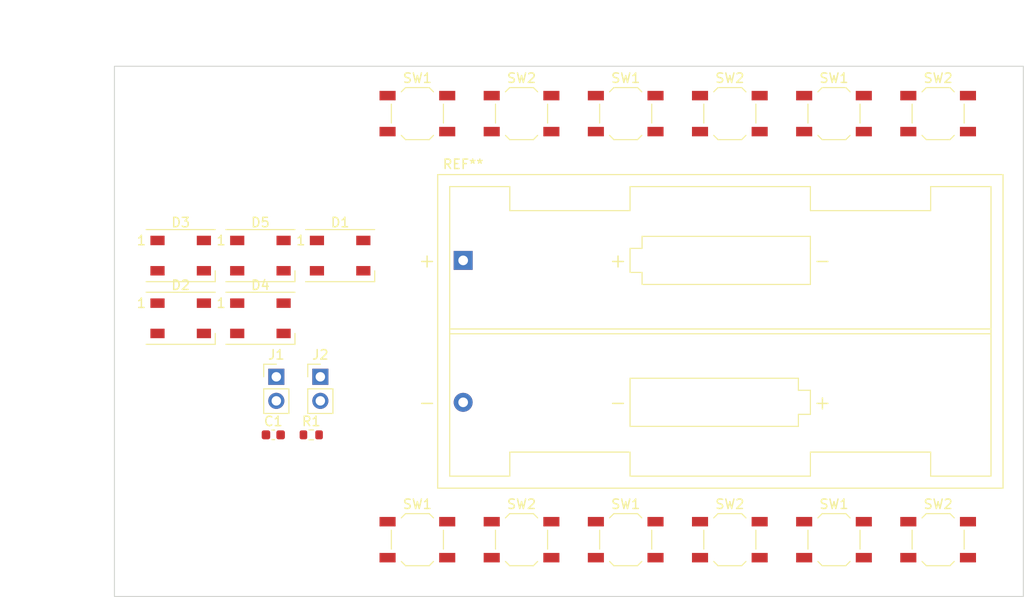
<source format=kicad_pcb>
(kicad_pcb (version 20211232) (generator pcbnew)
  (layers (0 "F.Cu" signal) (31 "B.Cu" signal) (34 "B.Paste" user) (35 "F.Paste" user) (36 "B.SilkS" user "B.Silkscreen") (37 "F.SilkS" user "F.Silkscreen") (38 "B.Mask" user) (39 "F.Mask" user) (44 "Edge.Cuts" user))
  (net 0 "")
  (net 1 "VCC")
  (net 2 "GND")
  (net 3 "Net-(J1-Pin_1)")
  (net 4 "Net-(J1-Pin_2)")
  (net 5 "Net-(J2-Pin_1)")
  (net 6 "Net-(J2-Pin_2)")
  (net 7 "Net-(U1-RxD)")
  (net 9 "Net-(U1-IO_2)")
  (net 10 "Net-(U1-IO_1)")
  (footprint "Button_Switch_SMD:SW_SPST_TL3342" (layer "F.Cu") (at 123 123)
    (fp_text reference "SW1" (at 0 -3.75) (layer "F.SilkS"))
    (fp_text value "PRE/VOL +")
    (fp_line (start -2.75 -1) (end -2.75 1) (stroke (width 0.12)) (layer "F.SilkS"))
    (fp_line (start -1.7 -2.3) (end -1.25 -2.75) (stroke (width 0.12)) (layer "F.SilkS"))
    (fp_line (start -1.7 2.3) (end -1.25 2.75) (stroke (width 0.12)) (layer "F.SilkS"))
    (fp_line (start -1.25 -2.75) (end 1.25 -2.75) (stroke (width 0.12)) (layer "F.SilkS"))
    (fp_line (start -1.25 2.75) (end 1.25 2.75) (stroke (width 0.12)) (layer "F.SilkS"))
    (fp_line (start 1.7 -2.3) (end 1.25 -2.75) (stroke (width 0.12)) (layer "F.SilkS"))
    (fp_line (start 1.7 2.3) (end 1.25 2.75) (stroke (width 0.12)) (layer "F.SilkS"))
    (fp_line (start 2.75 -1) (end 2.75 1) (stroke (width 0.12)) (layer "F.SilkS"))
    (pad "1" smd rect (at -3.15 -1.9) (size 1.7 1) (layers "F.Cu" "F.Paste" "F.Mask"))
    (pad "1" smd rect (at 3.15 -1.9) (size 1.7 1) (layers "F.Cu" "F.Paste" "F.Mask"))
    (pad "2" smd rect (at -3.15 1.9) (size 1.7 1) (layers "F.Cu" "F.Paste" "F.Mask") (net 9 "Net-(U1-IO_2)"))
    (pad "2" smd rect (at 3.15 1.9) (size 1.7 1) (layers "F.Cu" "F.Paste" "F.Mask") (net 9 "Net-(U1-IO_2)"))
  )
  (footprint "Button_Switch_SMD:SW_SPST_TL3342" (layer "F.Cu") (at 156 78)
    (fp_text reference "SW2" (at 0 -3.75) (layer "F.SilkS"))
    (fp_text value "SUI/VOL -")
    (fp_line (start -2.75 -1) (end -2.75 1) (stroke (width 0.12)) (layer "F.SilkS"))
    (fp_line (start -1.7 -2.3) (end -1.25 -2.75) (stroke (width 0.12)) (layer "F.SilkS"))
    (fp_line (start -1.7 2.3) (end -1.25 2.75) (stroke (width 0.12)) (layer "F.SilkS"))
    (fp_line (start -1.25 -2.75) (end 1.25 -2.75) (stroke (width 0.12)) (layer "F.SilkS"))
    (fp_line (start -1.25 2.75) (end 1.25 2.75) (stroke (width 0.12)) (layer "F.SilkS"))
    (fp_line (start 1.7 -2.3) (end 1.25 -2.75) (stroke (width 0.12)) (layer "F.SilkS"))
    (fp_line (start 1.7 2.3) (end 1.25 2.75) (stroke (width 0.12)) (layer "F.SilkS"))
    (fp_line (start 2.75 -1) (end 2.75 1) (stroke (width 0.12)) (layer "F.SilkS"))
    (pad "1" smd rect (at -3.15 -1.9) (size 1.7 1) (layers "F.Cu" "F.Paste" "F.Mask") (net 10 "Net-(U1-IO_1)"))
    (pad "1" smd rect (at 3.15 -1.9) (size 1.7 1) (layers "F.Cu" "F.Paste" "F.Mask") (net 10 "Net-(U1-IO_1)"))
    (pad "2" smd rect (at -3.15 1.9) (size 1.7 1) (layers "F.Cu" "F.Paste" "F.Mask"))
    (pad "2" smd rect (at 3.15 1.9) (size 1.7 1) (layers "F.Cu" "F.Paste" "F.Mask"))
  )
  (footprint "Button_Switch_SMD:SW_SPST_TL3342" (layer "F.Cu") (at 156 123)
    (fp_text reference "SW2" (at 0 -3.75) (layer "F.SilkS"))
    (fp_text value "SUI/VOL -")
    (fp_line (start -2.75 -1) (end -2.75 1) (stroke (width 0.12)) (layer "F.SilkS"))
    (fp_line (start -1.7 -2.3) (end -1.25 -2.75) (stroke (width 0.12)) (layer "F.SilkS"))
    (fp_line (start -1.7 2.3) (end -1.25 2.75) (stroke (width 0.12)) (layer "F.SilkS"))
    (fp_line (start -1.25 -2.75) (end 1.25 -2.75) (stroke (width 0.12)) (layer "F.SilkS"))
    (fp_line (start -1.25 2.75) (end 1.25 2.75) (stroke (width 0.12)) (layer "F.SilkS"))
    (fp_line (start 1.7 -2.3) (end 1.25 -2.75) (stroke (width 0.12)) (layer "F.SilkS"))
    (fp_line (start 1.7 2.3) (end 1.25 2.75) (stroke (width 0.12)) (layer "F.SilkS"))
    (fp_line (start 2.75 -1) (end 2.75 1) (stroke (width 0.12)) (layer "F.SilkS"))
    (pad "1" smd rect (at -3.15 -1.9) (size 1.7 1) (layers "F.Cu" "F.Paste" "F.Mask") (net 10 "Net-(U1-IO_1)"))
    (pad "1" smd rect (at 3.15 -1.9) (size 1.7 1) (layers "F.Cu" "F.Paste" "F.Mask") (net 10 "Net-(U1-IO_1)"))
    (pad "2" smd rect (at -3.15 1.9) (size 1.7 1) (layers "F.Cu" "F.Paste" "F.Mask"))
    (pad "2" smd rect (at 3.15 1.9) (size 1.7 1) (layers "F.Cu" "F.Paste" "F.Mask"))
  )
  (footprint "Button_Switch_SMD:SW_SPST_TL3342" (layer "F.Cu") (at 123 78)
    (fp_text reference "SW1" (at 0 -3.75) (layer "F.SilkS"))
    (fp_text value "PRE/VOL +")
    (fp_line (start -2.75 -1) (end -2.75 1) (stroke (width 0.12)) (layer "F.SilkS"))
    (fp_line (start -1.7 -2.3) (end -1.25 -2.75) (stroke (width 0.12)) (layer "F.SilkS"))
    (fp_line (start -1.7 2.3) (end -1.25 2.75) (stroke (width 0.12)) (layer "F.SilkS"))
    (fp_line (start -1.25 -2.75) (end 1.25 -2.75) (stroke (width 0.12)) (layer "F.SilkS"))
    (fp_line (start -1.25 2.75) (end 1.25 2.75) (stroke (width 0.12)) (layer "F.SilkS"))
    (fp_line (start 1.7 -2.3) (end 1.25 -2.75) (stroke (width 0.12)) (layer "F.SilkS"))
    (fp_line (start 1.7 2.3) (end 1.25 2.75) (stroke (width 0.12)) (layer "F.SilkS"))
    (fp_line (start 2.75 -1) (end 2.75 1) (stroke (width 0.12)) (layer "F.SilkS"))
    (pad "1" smd rect (at -3.15 -1.9) (size 1.7 1) (layers "F.Cu" "F.Paste" "F.Mask"))
    (pad "1" smd rect (at 3.15 -1.9) (size 1.7 1) (layers "F.Cu" "F.Paste" "F.Mask"))
    (pad "2" smd rect (at -3.15 1.9) (size 1.7 1) (layers "F.Cu" "F.Paste" "F.Mask") (net 9 "Net-(U1-IO_2)"))
    (pad "2" smd rect (at 3.15 1.9) (size 1.7 1) (layers "F.Cu" "F.Paste" "F.Mask") (net 9 "Net-(U1-IO_2)"))
  )
  (footprint "LED_SMD:LED_WS2812B_PLCC4_5.0x5.0mm_P3.2mm" (layer "F.Cu") (at 98 99.62)
    (fp_text reference "D2" (at 0 -3.5) (layer "F.SilkS"))
    (fp_text value "WS2812B")
    (fp_text user "1" (at -4.15 -1.6) (layer "F.SilkS"))
    (fp_line (start -3.65 -2.75) (end 3.65 -2.75) (stroke (width 0.12)) (layer "F.SilkS"))
    (fp_line (start -3.65 2.75) (end 3.65 2.75) (stroke (width 0.12)) (layer "F.SilkS"))
    (fp_line (start 3.65 2.75) (end 3.65 1.6) (stroke (width 0.12)) (layer "F.SilkS"))
    (pad "1" smd rect (at -2.45 -1.6) (size 1.5 1) (layers "F.Cu" "F.Paste" "F.Mask"))
    (pad "2" smd rect (at -2.45 1.6) (size 1.5 1) (layers "F.Cu" "F.Paste" "F.Mask"))
    (pad "3" smd rect (at 2.45 1.6) (size 1.5 1) (layers "F.Cu" "F.Paste" "F.Mask"))
    (pad "4" smd rect (at 2.45 -1.6) (size 1.5 1) (layers "F.Cu" "F.Paste" "F.Mask"))
  )
  (footprint "Button_Switch_SMD:SW_SPST_TL3342" (layer "F.Cu") (at 134 78)
    (fp_text reference "SW2" (at 0 -3.75) (layer "F.SilkS"))
    (fp_text value "SUI/VOL -")
    (fp_line (start -2.75 -1) (end -2.75 1) (stroke (width 0.12)) (layer "F.SilkS"))
    (fp_line (start -1.7 -2.3) (end -1.25 -2.75) (stroke (width 0.12)) (layer "F.SilkS"))
    (fp_line (start -1.7 2.3) (end -1.25 2.75) (stroke (width 0.12)) (layer "F.SilkS"))
    (fp_line (start -1.25 -2.75) (end 1.25 -2.75) (stroke (width 0.12)) (layer "F.SilkS"))
    (fp_line (start -1.25 2.75) (end 1.25 2.75) (stroke (width 0.12)) (layer "F.SilkS"))
    (fp_line (start 1.7 -2.3) (end 1.25 -2.75) (stroke (width 0.12)) (layer "F.SilkS"))
    (fp_line (start 1.7 2.3) (end 1.25 2.75) (stroke (width 0.12)) (layer "F.SilkS"))
    (fp_line (start 2.75 -1) (end 2.75 1) (stroke (width 0.12)) (layer "F.SilkS"))
    (pad "1" smd rect (at -3.15 -1.9) (size 1.7 1) (layers "F.Cu" "F.Paste" "F.Mask") (net 10 "Net-(U1-IO_1)"))
    (pad "1" smd rect (at 3.15 -1.9) (size 1.7 1) (layers "F.Cu" "F.Paste" "F.Mask") (net 10 "Net-(U1-IO_1)"))
    (pad "2" smd rect (at -3.15 1.9) (size 1.7 1) (layers "F.Cu" "F.Paste" "F.Mask"))
    (pad "2" smd rect (at 3.15 1.9) (size 1.7 1) (layers "F.Cu" "F.Paste" "F.Mask"))
  )
  (footprint "Button_Switch_SMD:SW_SPST_TL3342" (layer "F.Cu") (at 178 123)
    (fp_text reference "SW2" (at 0 -3.75) (layer "F.SilkS"))
    (fp_text value "SUI/VOL -")
    (fp_line (start -2.75 -1) (end -2.75 1) (stroke (width 0.12)) (layer "F.SilkS"))
    (fp_line (start -1.7 -2.3) (end -1.25 -2.75) (stroke (width 0.12)) (layer "F.SilkS"))
    (fp_line (start -1.7 2.3) (end -1.25 2.75) (stroke (width 0.12)) (layer "F.SilkS"))
    (fp_line (start -1.25 -2.75) (end 1.25 -2.75) (stroke (width 0.12)) (layer "F.SilkS"))
    (fp_line (start -1.25 2.75) (end 1.25 2.75) (stroke (width 0.12)) (layer "F.SilkS"))
    (fp_line (start 1.7 -2.3) (end 1.25 -2.75) (stroke (width 0.12)) (layer "F.SilkS"))
    (fp_line (start 1.7 2.3) (end 1.25 2.75) (stroke (width 0.12)) (layer "F.SilkS"))
    (fp_line (start 2.75 -1) (end 2.75 1) (stroke (width 0.12)) (layer "F.SilkS"))
    (pad "1" smd rect (at -3.15 -1.9) (size 1.7 1) (layers "F.Cu" "F.Paste" "F.Mask") (net 10 "Net-(U1-IO_1)"))
    (pad "1" smd rect (at 3.15 -1.9) (size 1.7 1) (layers "F.Cu" "F.Paste" "F.Mask") (net 10 "Net-(U1-IO_1)"))
    (pad "2" smd rect (at -3.15 1.9) (size 1.7 1) (layers "F.Cu" "F.Paste" "F.Mask"))
    (pad "2" smd rect (at 3.15 1.9) (size 1.7 1) (layers "F.Cu" "F.Paste" "F.Mask"))
  )
  (footprint "Connector_PinHeader_2.54mm:PinHeader_1x02_P2.54mm_Vertical" (layer "F.Cu") (at 112.75 105.8)
    (fp_text reference "J2" (at 0 -2.33) (layer "F.SilkS"))
    (fp_text value "HP INPUT")
    (fp_line (start -1.33 -1.33) (end 0 -1.33) (stroke (width 0.12)) (layer "F.SilkS"))
    (fp_line (start -1.33 0) (end -1.33 -1.33) (stroke (width 0.12)) (layer "F.SilkS"))
    (fp_line (start -1.33 1.27) (end -1.33 3.87) (stroke (width 0.12)) (layer "F.SilkS"))
    (fp_line (start -1.33 1.27) (end 1.33 1.27) (stroke (width 0.12)) (layer "F.SilkS"))
    (fp_line (start -1.33 3.87) (end 1.33 3.87) (stroke (width 0.12)) (layer "F.SilkS"))
    (fp_line (start 1.33 1.27) (end 1.33 3.87) (stroke (width 0.12)) (layer "F.SilkS"))
    (pad "1" thru_hole rect (at 0 0) (size 1.7 1.7) (drill 1) (layers *.Cu *.Mask) (net 5 "Net-(J2-Pin_1)"))
    (pad "2" thru_hole oval (at 0 2.54) (size 1.7 1.7) (drill 1) (layers *.Cu *.Mask) (net 6 "Net-(J2-Pin_2)"))
  )
  (footprint "LED_SMD:LED_WS2812B_PLCC4_5.0x5.0mm_P3.2mm" (layer "F.Cu") (at 106.42 93)
    (fp_text reference "D5" (at 0 -3.5) (layer "F.SilkS"))
    (fp_text value "WS2812B")
    (fp_text user "1" (at -4.15 -1.6) (layer "F.SilkS"))
    (fp_line (start -3.65 -2.75) (end 3.65 -2.75) (stroke (width 0.12)) (layer "F.SilkS"))
    (fp_line (start -3.65 2.75) (end 3.65 2.75) (stroke (width 0.12)) (layer "F.SilkS"))
    (fp_line (start 3.65 2.75) (end 3.65 1.6) (stroke (width 0.12)) (layer "F.SilkS"))
    (pad "1" smd rect (at -2.45 -1.6) (size 1.5 1) (layers "F.Cu" "F.Paste" "F.Mask"))
    (pad "2" smd rect (at -2.45 1.6) (size 1.5 1) (layers "F.Cu" "F.Paste" "F.Mask"))
    (pad "3" smd rect (at 2.45 1.6) (size 1.5 1) (layers "F.Cu" "F.Paste" "F.Mask"))
    (pad "4" smd rect (at 2.45 -1.6) (size 1.5 1) (layers "F.Cu" "F.Paste" "F.Mask"))
  )
  (footprint "Battery:BatteryHolder_Keystone_2462_2xAA" (layer "F.Cu") (at 127.835 93.505)
    (fp_text reference "REF**" (at 0 -10.16) (layer "F.SilkS"))
    (fp_text value "BatteryHolder_Keystone_2462_2xAA")
    (fp_text user "+" (at 37.945 14.99) (layer "F.SilkS") (effects (font (size 1.5 1.5))))
    (fp_text user "-" (at 16.355 14.99) (layer "F.SilkS") (effects (font (size 1.5 1.5))))
    (fp_text user "-" (at -3.81 14.99) (layer "F.SilkS") (effects (font (size 1.5 1.5))))
    (fp_text user "+" (at 16.355 0) (layer "F.SilkS") (effects (font (size 1.5 1.5))))
    (fp_text user "+" (at -3.81 0) (layer "F.SilkS") (effects (font (size 1.5 1.5))))
    (fp_text user "-" (at 37.945 0) (layer "F.SilkS") (effects (font (size 1.5 1.5))))
    (fp_line (start -2.69 -9.065) (end -2.69 24.055) (stroke (width 0.12)) (layer "F.SilkS"))
    (fp_line (start -2.69 24.055) (end 57.02 24.055) (stroke (width 0.12)) (layer "F.SilkS"))
    (fp_line (start -1.42 -7.795) (end -1.42 22.785) (stroke (width 0.12)) (layer "F.SilkS"))
    (fp_line (start -1.42 7.241) (end 55.75 7.241) (stroke (width 0.12)) (layer "F.SilkS"))
    (fp_line (start -1.42 22.785) (end 4.925 22.785) (stroke (width 0.12)) (layer "F.SilkS"))
    (fp_line (start 4.925 -7.795) (end -1.42 -7.795) (stroke (width 0.12)) (layer "F.SilkS"))
    (fp_line (start 4.925 -5.255) (end 4.925 -7.795) (stroke (width 0.12)) (layer "F.SilkS"))
    (fp_line (start 4.925 -5.255) (end 17.625 -5.255) (stroke (width 0.12)) (layer "F.SilkS"))
    (fp_line (start 4.925 20.245) (end 17.625 20.245) (stroke (width 0.12)) (layer "F.SilkS"))
    (fp_line (start 4.925 22.785) (end 4.925 20.245) (stroke (width 0.12)) (layer "F.SilkS"))
    (fp_line (start 17.625 -7.795) (end 17.625 -5.255) (stroke (width 0.12)) (layer "F.SilkS"))
    (fp_line (start 17.625 -1.27) (end 18.895 -1.27) (stroke (width 0.12)) (layer "F.SilkS"))
    (fp_line (start 17.625 1.27) (end 17.625 -1.27) (stroke (width 0.12)) (layer "F.SilkS"))
    (fp_line (start 17.625 12.45) (end 35.405 12.45) (stroke (width 0.12)) (layer "F.SilkS"))
    (fp_line (start 17.625 17.53) (end 17.625 12.45) (stroke (width 0.12)) (layer "F.SilkS"))
    (fp_line (start 17.625 20.245) (end 17.625 22.785) (stroke (width 0.12)) (layer "F.SilkS"))
    (fp_line (start 17.625 22.785) (end 36.675 22.785) (stroke (width 0.12)) (layer "F.SilkS"))
    (fp_line (start 18.895 -2.54) (end 36.675 -2.54) (stroke (width 0.12)) (layer "F.SilkS"))
    (fp_line (start 18.895 -1.27) (end 18.895 -2.54) (stroke (width 0.12)) (layer "F.SilkS"))
    (fp_line (start 18.895 1.27) (end 17.625 1.27) (stroke (width 0.12)) (layer "F.SilkS"))
    (fp_line (start 18.895 2.54) (end 18.895 1.27) (stroke (width 0.12)) (layer "F.SilkS"))
    (fp_line (start 35.405 12.45) (end 35.405 13.72) (stroke (width 0.12)) (layer "F.SilkS"))
    (fp_line (start 35.405 13.72) (end 36.675 13.72) (stroke (width 0.12)) (layer "F.SilkS"))
    (fp_line (start 35.405 16.26) (end 35.405 17.53) (stroke (width 0.12)) (layer "F.SilkS"))
    (fp_line (start 35.405 17.53) (end 17.625 17.53) (stroke (width 0.12)) (layer "F.SilkS"))
    (fp_line (start 36.675 -7.795) (end 17.625 -7.795) (stroke (width 0.12)) (layer "F.SilkS"))
    (fp_line (start 36.675 -5.255) (end 36.675 -7.795) (stroke (width 0.12)) (layer "F.SilkS"))
    (fp_line (start 36.675 -2.54) (end 36.675 -1.27) (stroke (width 0.12)) (layer "F.SilkS"))
    (fp_line (start 36.675 -1.27) (end 36.675 2.54) (stroke (width 0.12)) (layer "F.SilkS"))
    (fp_line (start 36.675 2.54) (end 18.895 2.54) (stroke (width 0.12)) (layer "F.SilkS"))
    (fp_line (start 36.675 13.72) (end 36.675 16.26) (stroke (width 0.12)) (layer "F.SilkS"))
    (fp_line (start 36.675 16.26) (end 35.405 16.26) (stroke (width 0.12)) (layer "F.SilkS"))
    (fp_line (start 36.675 22.785) (end 36.675 20.245) (stroke (width 0.12)) (layer "F.SilkS"))
    (fp_line (start 49.375 -7.795) (end 49.375 -5.255) (stroke (width 0.12)) (layer "F.SilkS"))
    (fp_line (start 49.375 -5.255) (end 36.675 -5.255) (stroke (width 0.12)) (layer "F.SilkS"))
    (fp_line (start 49.375 20.245) (end 36.675 20.245) (stroke (width 0.12)) (layer "F.SilkS"))
    (fp_line (start 49.375 22.785) (end 49.375 20.245) (stroke (width 0.12)) (layer "F.SilkS"))
    (fp_line (start 55.75 -7.795) (end 49.375 -7.795) (stroke (width 0.12)) (layer "F.SilkS"))
    (fp_line (start 55.75 -7.795) (end 55.75 22.785) (stroke (width 0.12)) (layer "F.SilkS"))
    (fp_line (start 55.75 7.749) (end -1.42 7.749) (stroke (width 0.12)) (layer "F.SilkS"))
    (fp_line (start 55.75 22.785) (end 49.375 22.785) (stroke (width 0.12)) (layer "F.SilkS"))
    (fp_line (start 57.02 -9.065) (end -2.69 -9.065) (stroke (width 0.12)) (layer "F.SilkS"))
    (fp_line (start 57.02 24.055) (end 57.02 -9.065) (stroke (width 0.12)) (layer "F.SilkS"))
    (pad "" np_thru_hole circle (at 27.165 0) (size 3.3 3.3) (drill 3.3) (layers *.Cu *.Mask))
    (pad "" np_thru_hole circle (at 27.165 14.99) (size 3.3 3.3) (drill 3.3) (layers *.Cu *.Mask))
    (pad "1" thru_hole rect (at 0 0) (size 2 2) (drill 1.02) (layers *.Cu *.Mask))
    (pad "2" thru_hole circle (at 0 14.99) (size 2 2) (drill 1.02) (layers *.Cu *.Mask))
  )
  (footprint "Button_Switch_SMD:SW_SPST_TL3342" (layer "F.Cu") (at 167 78)
    (fp_text reference "SW1" (at 0 -3.75) (layer "F.SilkS"))
    (fp_text value "PRE/VOL +")
    (fp_line (start -2.75 -1) (end -2.75 1) (stroke (width 0.12)) (layer "F.SilkS"))
    (fp_line (start -1.7 -2.3) (end -1.25 -2.75) (stroke (width 0.12)) (layer "F.SilkS"))
    (fp_line (start -1.7 2.3) (end -1.25 2.75) (stroke (width 0.12)) (layer "F.SilkS"))
    (fp_line (start -1.25 -2.75) (end 1.25 -2.75) (stroke (width 0.12)) (layer "F.SilkS"))
    (fp_line (start -1.25 2.75) (end 1.25 2.75) (stroke (width 0.12)) (layer "F.SilkS"))
    (fp_line (start 1.7 -2.3) (end 1.25 -2.75) (stroke (width 0.12)) (layer "F.SilkS"))
    (fp_line (start 1.7 2.3) (end 1.25 2.75) (stroke (width 0.12)) (layer "F.SilkS"))
    (fp_line (start 2.75 -1) (end 2.75 1) (stroke (width 0.12)) (layer "F.SilkS"))
    (pad "1" smd rect (at -3.15 -1.9) (size 1.7 1) (layers "F.Cu" "F.Paste" "F.Mask"))
    (pad "1" smd rect (at 3.15 -1.9) (size 1.7 1) (layers "F.Cu" "F.Paste" "F.Mask"))
    (pad "2" smd rect (at -3.15 1.9) (size 1.7 1) (layers "F.Cu" "F.Paste" "F.Mask") (net 9 "Net-(U1-IO_2)"))
    (pad "2" smd rect (at 3.15 1.9) (size 1.7 1) (layers "F.Cu" "F.Paste" "F.Mask") (net 9 "Net-(U1-IO_2)"))
  )
  (footprint "Capacitor_SMD:C_0603_1608Metric" (layer "F.Cu") (at 107.78 111.93)
    (fp_text reference "C1" (at 0 -1.43) (layer "F.SilkS"))
    (fp_text value "C_Small")
    (fp_line (start -0.14058 -0.51) (end 0.14058 -0.51) (stroke (width 0.12)) (layer "F.SilkS"))
    (fp_line (start -0.14058 0.51) (end 0.14058 0.51) (stroke (width 0.12)) (layer "F.SilkS"))
    (pad "1" smd roundrect (at -0.775 0) (size 0.9 0.95) (layers "F.Cu" "F.Paste" "F.Mask") (net 1 "VCC"))
    (pad "2" smd roundrect (at 0.775 0) (size 0.9 0.95) (layers "F.Cu" "F.Paste" "F.Mask") (net 2 "GND"))
  )
  (footprint "Connector_PinHeader_2.54mm:PinHeader_1x02_P2.54mm_Vertical" (layer "F.Cu") (at 108.1 105.8)
    (fp_text reference "J1" (at 0 -2.33) (layer "F.SilkS"))
    (fp_text value "SERIAL Input")
    (fp_line (start -1.33 -1.33) (end 0 -1.33) (stroke (width 0.12)) (layer "F.SilkS"))
    (fp_line (start -1.33 0) (end -1.33 -1.33) (stroke (width 0.12)) (layer "F.SilkS"))
    (fp_line (start -1.33 1.27) (end -1.33 3.87) (stroke (width 0.12)) (layer "F.SilkS"))
    (fp_line (start -1.33 1.27) (end 1.33 1.27) (stroke (width 0.12)) (layer "F.SilkS"))
    (fp_line (start -1.33 3.87) (end 1.33 3.87) (stroke (width 0.12)) (layer "F.SilkS"))
    (fp_line (start 1.33 1.27) (end 1.33 3.87) (stroke (width 0.12)) (layer "F.SilkS"))
    (pad "1" thru_hole rect (at 0 0) (size 1.7 1.7) (drill 1) (layers *.Cu *.Mask) (net 3 "Net-(J1-Pin_1)"))
    (pad "2" thru_hole oval (at 0 2.54) (size 1.7 1.7) (drill 1) (layers *.Cu *.Mask) (net 4 "Net-(J1-Pin_2)"))
  )
  (footprint "Button_Switch_SMD:SW_SPST_TL3342" (layer "F.Cu") (at 178 78)
    (fp_text reference "SW2" (at 0 -3.75) (layer "F.SilkS"))
    (fp_text value "SUI/VOL -")
    (fp_line (start -2.75 -1) (end -2.75 1) (stroke (width 0.12)) (layer "F.SilkS"))
    (fp_line (start -1.7 -2.3) (end -1.25 -2.75) (stroke (width 0.12)) (layer "F.SilkS"))
    (fp_line (start -1.7 2.3) (end -1.25 2.75) (stroke (width 0.12)) (layer "F.SilkS"))
    (fp_line (start -1.25 -2.75) (end 1.25 -2.75) (stroke (width 0.12)) (layer "F.SilkS"))
    (fp_line (start -1.25 2.75) (end 1.25 2.75) (stroke (width 0.12)) (layer "F.SilkS"))
    (fp_line (start 1.7 -2.3) (end 1.25 -2.75) (stroke (width 0.12)) (layer "F.SilkS"))
    (fp_line (start 1.7 2.3) (end 1.25 2.75) (stroke (width 0.12)) (layer "F.SilkS"))
    (fp_line (start 2.75 -1) (end 2.75 1) (stroke (width 0.12)) (layer "F.SilkS"))
    (pad "1" smd rect (at -3.15 -1.9) (size 1.7 1) (layers "F.Cu" "F.Paste" "F.Mask") (net 10 "Net-(U1-IO_1)"))
    (pad "1" smd rect (at 3.15 -1.9) (size 1.7 1) (layers "F.Cu" "F.Paste" "F.Mask") (net 10 "Net-(U1-IO_1)"))
    (pad "2" smd rect (at -3.15 1.9) (size 1.7 1) (layers "F.Cu" "F.Paste" "F.Mask"))
    (pad "2" smd rect (at 3.15 1.9) (size 1.7 1) (layers "F.Cu" "F.Paste" "F.Mask"))
  )
  (footprint "Button_Switch_SMD:SW_SPST_TL3342" (layer "F.Cu") (at 145 78)
    (fp_text reference "SW1" (at 0 -3.75) (layer "F.SilkS"))
    (fp_text value "PRE/VOL +")
    (fp_line (start -2.75 -1) (end -2.75 1) (stroke (width 0.12)) (layer "F.SilkS"))
    (fp_line (start -1.7 -2.3) (end -1.25 -2.75) (stroke (width 0.12)) (layer "F.SilkS"))
    (fp_line (start -1.7 2.3) (end -1.25 2.75) (stroke (width 0.12)) (layer "F.SilkS"))
    (fp_line (start -1.25 -2.75) (end 1.25 -2.75) (stroke (width 0.12)) (layer "F.SilkS"))
    (fp_line (start -1.25 2.75) (end 1.25 2.75) (stroke (width 0.12)) (layer "F.SilkS"))
    (fp_line (start 1.7 -2.3) (end 1.25 -2.75) (stroke (width 0.12)) (layer "F.SilkS"))
    (fp_line (start 1.7 2.3) (end 1.25 2.75) (stroke (width 0.12)) (layer "F.SilkS"))
    (fp_line (start 2.75 -1) (end 2.75 1) (stroke (width 0.12)) (layer "F.SilkS"))
    (pad "1" smd rect (at -3.15 -1.9) (size 1.7 1) (layers "F.Cu" "F.Paste" "F.Mask"))
    (pad "1" smd rect (at 3.15 -1.9) (size 1.7 1) (layers "F.Cu" "F.Paste" "F.Mask"))
    (pad "2" smd rect (at -3.15 1.9) (size 1.7 1) (layers "F.Cu" "F.Paste" "F.Mask") (net 9 "Net-(U1-IO_2)"))
    (pad "2" smd rect (at 3.15 1.9) (size 1.7 1) (layers "F.Cu" "F.Paste" "F.Mask") (net 9 "Net-(U1-IO_2)"))
  )
  (footprint "LED_SMD:LED_WS2812B_PLCC4_5.0x5.0mm_P3.2mm" (layer "F.Cu") (at 114.84 93)
    (fp_text reference "D1" (at 0 -3.5) (layer "F.SilkS"))
    (fp_text value "WS2812B")
    (fp_text user "1" (at -4.15 -1.6) (layer "F.SilkS"))
    (fp_line (start -3.65 -2.75) (end 3.65 -2.75) (stroke (width 0.12)) (layer "F.SilkS"))
    (fp_line (start -3.65 2.75) (end 3.65 2.75) (stroke (width 0.12)) (layer "F.SilkS"))
    (fp_line (start 3.65 2.75) (end 3.65 1.6) (stroke (width 0.12)) (layer "F.SilkS"))
    (pad "1" smd rect (at -2.45 -1.6) (size 1.5 1) (layers "F.Cu" "F.Paste" "F.Mask"))
    (pad "2" smd rect (at -2.45 1.6) (size 1.5 1) (layers "F.Cu" "F.Paste" "F.Mask"))
    (pad "3" smd rect (at 2.45 1.6) (size 1.5 1) (layers "F.Cu" "F.Paste" "F.Mask"))
    (pad "4" smd rect (at 2.45 -1.6) (size 1.5 1) (layers "F.Cu" "F.Paste" "F.Mask"))
  )
  (footprint "LED_SMD:LED_WS2812B_PLCC4_5.0x5.0mm_P3.2mm" (layer "F.Cu") (at 98 93)
    (fp_text reference "D3" (at 0 -3.5) (layer "F.SilkS"))
    (fp_text value "WS2812B")
    (fp_text user "1" (at -4.15 -1.6) (layer "F.SilkS"))
    (fp_line (start -3.65 -2.75) (end 3.65 -2.75) (stroke (width 0.12)) (layer "F.SilkS"))
    (fp_line (start -3.65 2.75) (end 3.65 2.75) (stroke (width 0.12)) (layer "F.SilkS"))
    (fp_line (start 3.65 2.75) (end 3.65 1.6) (stroke (width 0.12)) (layer "F.SilkS"))
    (pad "1" smd rect (at -2.45 -1.6) (size 1.5 1) (layers "F.Cu" "F.Paste" "F.Mask"))
    (pad "2" smd rect (at -2.45 1.6) (size 1.5 1) (layers "F.Cu" "F.Paste" "F.Mask"))
    (pad "3" smd rect (at 2.45 1.6) (size 1.5 1) (layers "F.Cu" "F.Paste" "F.Mask"))
    (pad "4" smd rect (at 2.45 -1.6) (size 1.5 1) (layers "F.Cu" "F.Paste" "F.Mask"))
  )
  (footprint "Button_Switch_SMD:SW_SPST_TL3342" (layer "F.Cu") (at 145 123)
    (fp_text reference "SW1" (at 0 -3.75) (layer "F.SilkS"))
    (fp_text value "PRE/VOL +")
    (fp_line (start -2.75 -1) (end -2.75 1) (stroke (width 0.12)) (layer "F.SilkS"))
    (fp_line (start -1.7 -2.3) (end -1.25 -2.75) (stroke (width 0.12)) (layer "F.SilkS"))
    (fp_line (start -1.7 2.3) (end -1.25 2.75) (stroke (width 0.12)) (layer "F.SilkS"))
    (fp_line (start -1.25 -2.75) (end 1.25 -2.75) (stroke (width 0.12)) (layer "F.SilkS"))
    (fp_line (start -1.25 2.75) (end 1.25 2.75) (stroke (width 0.12)) (layer "F.SilkS"))
    (fp_line (start 1.7 -2.3) (end 1.25 -2.75) (stroke (width 0.12)) (layer "F.SilkS"))
    (fp_line (start 1.7 2.3) (end 1.25 2.75) (stroke (width 0.12)) (layer "F.SilkS"))
    (fp_line (start 2.75 -1) (end 2.75 1) (stroke (width 0.12)) (layer "F.SilkS"))
    (pad "1" smd rect (at -3.15 -1.9) (size 1.7 1) (layers "F.Cu" "F.Paste" "F.Mask"))
    (pad "1" smd rect (at 3.15 -1.9) (size 1.7 1) (layers "F.Cu" "F.Paste" "F.Mask"))
    (pad "2" smd rect (at -3.15 1.9) (size 1.7 1) (layers "F.Cu" "F.Paste" "F.Mask") (net 9 "Net-(U1-IO_2)"))
    (pad "2" smd rect (at 3.15 1.9) (size 1.7 1) (layers "F.Cu" "F.Paste" "F.Mask") (net 9 "Net-(U1-IO_2)"))
  )
  (footprint "Button_Switch_SMD:SW_SPST_TL3342" (layer "F.Cu") (at 134 123)
    (fp_text reference "SW2" (at 0 -3.75) (layer "F.SilkS"))
    (fp_text value "SUI/VOL -")
    (fp_line (start -2.75 -1) (end -2.75 1) (stroke (width 0.12)) (layer "F.SilkS"))
    (fp_line (start -1.7 -2.3) (end -1.25 -2.75) (stroke (width 0.12)) (layer "F.SilkS"))
    (fp_line (start -1.7 2.3) (end -1.25 2.75) (stroke (width 0.12)) (layer "F.SilkS"))
    (fp_line (start -1.25 -2.75) (end 1.25 -2.75) (stroke (width 0.12)) (layer "F.SilkS"))
    (fp_line (start -1.25 2.75) (end 1.25 2.75) (stroke (width 0.12)) (layer "F.SilkS"))
    (fp_line (start 1.7 -2.3) (end 1.25 -2.75) (stroke (width 0.12)) (layer "F.SilkS"))
    (fp_line (start 1.7 2.3) (end 1.25 2.75) (stroke (width 0.12)) (layer "F.SilkS"))
    (fp_line (start 2.75 -1) (end 2.75 1) (stroke (width 0.12)) (layer "F.SilkS"))
    (pad "1" smd rect (at -3.15 -1.9) (size 1.7 1) (layers "F.Cu" "F.Paste" "F.Mask") (net 10 "Net-(U1-IO_1)"))
    (pad "1" smd rect (at 3.15 -1.9) (size 1.7 1) (layers "F.Cu" "F.Paste" "F.Mask") (net 10 "Net-(U1-IO_1)"))
    (pad "2" smd rect (at -3.15 1.9) (size 1.7 1) (layers "F.Cu" "F.Paste" "F.Mask"))
    (pad "2" smd rect (at 3.15 1.9) (size 1.7 1) (layers "F.Cu" "F.Paste" "F.Mask"))
  )
  (footprint "Button_Switch_SMD:SW_SPST_TL3342" (layer "F.Cu") (at 167 123)
    (fp_text reference "SW1" (at 0 -3.75) (layer "F.SilkS"))
    (fp_text value "PRE/VOL +")
    (fp_line (start -2.75 -1) (end -2.75 1) (stroke (width 0.12)) (layer "F.SilkS"))
    (fp_line (start -1.7 -2.3) (end -1.25 -2.75) (stroke (width 0.12)) (layer "F.SilkS"))
    (fp_line (start -1.7 2.3) (end -1.25 2.75) (stroke (width 0.12)) (layer "F.SilkS"))
    (fp_line (start -1.25 -2.75) (end 1.25 -2.75) (stroke (width 0.12)) (layer "F.SilkS"))
    (fp_line (start -1.25 2.75) (end 1.25 2.75) (stroke (width 0.12)) (layer "F.SilkS"))
    (fp_line (start 1.7 -2.3) (end 1.25 -2.75) (stroke (width 0.12)) (layer "F.SilkS"))
    (fp_line (start 1.7 2.3) (end 1.25 2.75) (stroke (width 0.12)) (layer "F.SilkS"))
    (fp_line (start 2.75 -1) (end 2.75 1) (stroke (width 0.12)) (layer "F.SilkS"))
    (pad "1" smd rect (at -3.15 -1.9) (size 1.7 1) (layers "F.Cu" "F.Paste" "F.Mask"))
    (pad "1" smd rect (at 3.15 -1.9) (size 1.7 1) (layers "F.Cu" "F.Paste" "F.Mask"))
    (pad "2" smd rect (at -3.15 1.9) (size 1.7 1) (layers "F.Cu" "F.Paste" "F.Mask") (net 9 "Net-(U1-IO_2)"))
    (pad "2" smd rect (at 3.15 1.9) (size 1.7 1) (layers "F.Cu" "F.Paste" "F.Mask") (net 9 "Net-(U1-IO_2)"))
  )
  (footprint "Resistor_SMD:R_0603_1608Metric" (layer "F.Cu") (at 111.79 111.93)
    (fp_text reference "R1" (at 0 -1.43) (layer "F.SilkS"))
    (fp_text value "1K")
    (fp_line (start -0.237258 -0.5225) (end 0.237258 -0.5225) (stroke (width 0.12)) (layer "F.SilkS"))
    (fp_line (start -0.237258 0.5225) (end 0.237258 0.5225) (stroke (width 0.12)) (layer "F.SilkS"))
    (pad "1" smd roundrect (at -0.825 0) (size 0.8 0.95) (layers "F.Cu" "F.Paste" "F.Mask") (net 3 "Net-(J1-Pin_1)"))
    (pad "2" smd roundrect (at 0.825 0) (size 0.8 0.95) (layers "F.Cu" "F.Paste" "F.Mask") (net 7 "Net-(U1-RxD)"))
  )
  (footprint "LED_SMD:LED_WS2812B_PLCC4_5.0x5.0mm_P3.2mm" (layer "F.Cu") (at 106.42 99.62)
    (fp_text reference "D4" (at 0 -3.5) (layer "F.SilkS"))
    (fp_text value "WS2812B")
    (fp_text user "1" (at -4.15 -1.6) (layer "F.SilkS"))
    (fp_line (start -3.65 -2.75) (end 3.65 -2.75) (stroke (width 0.12)) (layer "F.SilkS"))
    (fp_line (start -3.65 2.75) (end 3.65 2.75) (stroke (width 0.12)) (layer "F.SilkS"))
    (fp_line (start 3.65 2.75) (end 3.65 1.6) (stroke (width 0.12)) (layer "F.SilkS"))
    (pad "1" smd rect (at -2.45 -1.6) (size 1.5 1) (layers "F.Cu" "F.Paste" "F.Mask"))
    (pad "2" smd rect (at -2.45 1.6) (size 1.5 1) (layers "F.Cu" "F.Paste" "F.Mask"))
    (pad "3" smd rect (at 2.45 1.6) (size 1.5 1) (layers "F.Cu" "F.Paste" "F.Mask"))
    (pad "4" smd rect (at 2.45 -1.6) (size 1.5 1) (layers "F.Cu" "F.Paste" "F.Mask"))
  )
  (gr_poly (pts (xy 91 73) (xy 187 73) (xy 187 129) (xy 91 129)) (stroke (width 0.1)) (fill none) (layer "Edge.Cuts"))
)
</source>
